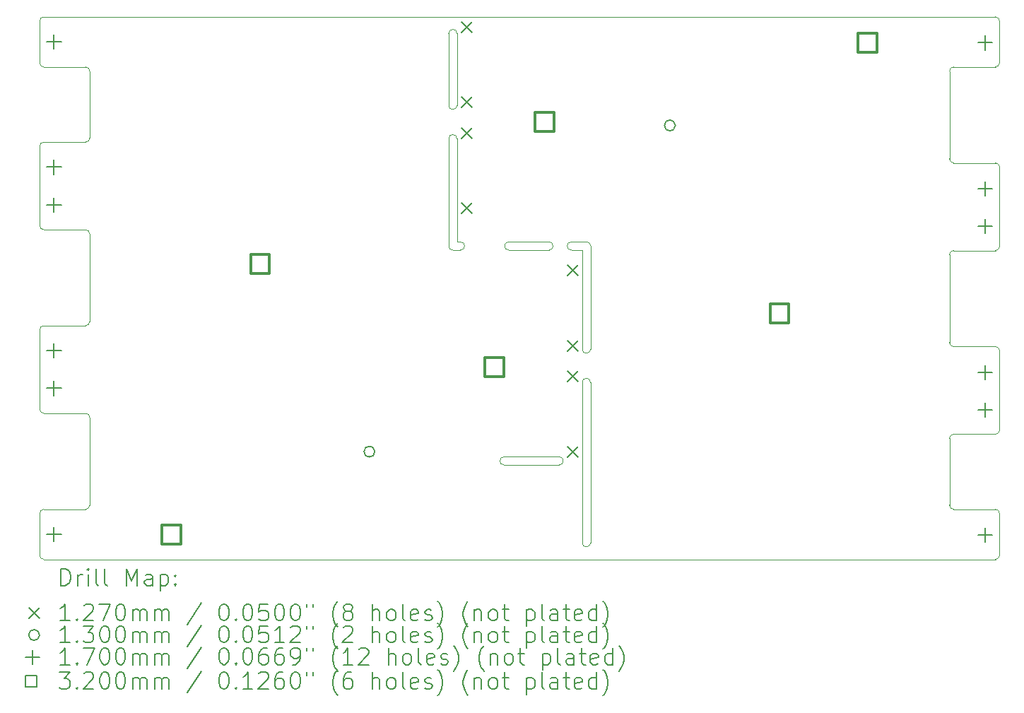
<source format=gbr>
%TF.GenerationSoftware,KiCad,Pcbnew,(6.0.9)*%
%TF.CreationDate,2023-03-24T14:57:48+01:00*%
%TF.ProjectId,bms_monitor,626d735f-6d6f-46e6-9974-6f722e6b6963,rev?*%
%TF.SameCoordinates,Original*%
%TF.FileFunction,Drillmap*%
%TF.FilePolarity,Positive*%
%FSLAX45Y45*%
G04 Gerber Fmt 4.5, Leading zero omitted, Abs format (unit mm)*
G04 Created by KiCad (PCBNEW (6.0.9)) date 2023-03-24 14:57:48*
%MOMM*%
%LPD*%
G01*
G04 APERTURE LIST*
%ADD10C,0.050000*%
%ADD11C,0.200000*%
%ADD12C,0.127000*%
%ADD13C,0.130000*%
%ADD14C,0.170000*%
%ADD15C,0.320000*%
G04 APERTURE END LIST*
D10*
X8000000Y-8700000D02*
X8000000Y-7750000D01*
X8000000Y-6750000D02*
G75*
G03*
X8050000Y-6800000I50000J0D01*
G01*
X8600000Y-6850000D02*
X8600000Y-7650000D01*
X14600000Y-10580000D02*
G75*
G03*
X14500000Y-10580000I-50000J0D01*
G01*
X18950000Y-11200000D02*
G75*
G03*
X18900000Y-11250000I0J-50000D01*
G01*
X8550000Y-9900000D02*
G75*
G03*
X8600000Y-9850000I0J50000D01*
G01*
X13000000Y-6400000D02*
G75*
G03*
X12900000Y-6400000I-50000J0D01*
G01*
X8600000Y-6850000D02*
G75*
G03*
X8550000Y-6800000I-50000J0D01*
G01*
X19450000Y-10150000D02*
X18950000Y-10150000D01*
X8600000Y-8800000D02*
G75*
G03*
X8550000Y-8750000I-50000J0D01*
G01*
X8000000Y-12650000D02*
X8000000Y-12150000D01*
X13564000Y-11570000D02*
X14222500Y-11570000D01*
X14100000Y-8995000D02*
X13620000Y-8995000D01*
X19450000Y-9000000D02*
G75*
G03*
X19500000Y-8950000I0J50000D01*
G01*
X13564000Y-11470000D02*
G75*
G03*
X13564000Y-11570000I0J-50000D01*
G01*
X8000000Y-6750000D02*
X8000000Y-6250000D01*
X18950000Y-6800000D02*
G75*
G03*
X18900000Y-6850000I0J-50000D01*
G01*
X19450000Y-6800000D02*
G75*
G03*
X19500000Y-6750000I0J50000D01*
G01*
X13000000Y-8895000D02*
X13040000Y-8895000D01*
X8600000Y-11000000D02*
G75*
G03*
X8550000Y-10950000I-50000J0D01*
G01*
X14222500Y-11470000D02*
X13564000Y-11470000D01*
X19500000Y-10200000D02*
G75*
G03*
X19450000Y-10150000I-50000J0D01*
G01*
X13040000Y-8995000D02*
X12950000Y-8995000D01*
X14600000Y-12500000D02*
X14600000Y-10580000D01*
X19450000Y-12700000D02*
X8050000Y-12700000D01*
X14370000Y-8895000D02*
G75*
G03*
X14370000Y-8995000I0J-50000D01*
G01*
X19500000Y-10200000D02*
X19500000Y-11150000D01*
X8050000Y-9900000D02*
G75*
G03*
X8000000Y-9950000I0J-50000D01*
G01*
X19500000Y-6250000D02*
X19500000Y-6750000D01*
X19450000Y-9000000D02*
X18950000Y-9000000D01*
X13040000Y-8995000D02*
G75*
G03*
X13040000Y-8895000I0J50000D01*
G01*
X8050000Y-8750000D02*
X8550000Y-8750000D01*
X8550000Y-7700000D02*
G75*
G03*
X8600000Y-7650000I0J50000D01*
G01*
X13000000Y-7660000D02*
G75*
G03*
X12900000Y-7660000I-50000J0D01*
G01*
X14370000Y-8895000D02*
X14550000Y-8895000D01*
X14600000Y-8945000D02*
G75*
G03*
X14550000Y-8895000I-50000J0D01*
G01*
X12900000Y-8945000D02*
G75*
G03*
X12950000Y-8995000I50000J0D01*
G01*
X8000000Y-12650000D02*
G75*
G03*
X8050000Y-12700000I50000J0D01*
G01*
X8050000Y-7700000D02*
G75*
G03*
X8000000Y-7750000I0J-50000D01*
G01*
X14500000Y-8995000D02*
X14500000Y-10180000D01*
X12900000Y-8945000D02*
X12900000Y-7660000D01*
X18900000Y-12050000D02*
G75*
G03*
X18950000Y-12100000I50000J0D01*
G01*
X19500000Y-12150000D02*
X19500000Y-12650000D01*
X8000000Y-8700000D02*
G75*
G03*
X8050000Y-8750000I50000J0D01*
G01*
X8550000Y-12100000D02*
G75*
G03*
X8600000Y-12050000I0J50000D01*
G01*
X12900000Y-7260000D02*
X12900000Y-6400000D01*
X19500000Y-8000000D02*
G75*
G03*
X19450000Y-7950000I-50000J0D01*
G01*
X14222500Y-11570000D02*
G75*
G03*
X14222500Y-11470000I0J50000D01*
G01*
X18900000Y-10100000D02*
G75*
G03*
X18950000Y-10150000I50000J0D01*
G01*
X13620000Y-8895000D02*
G75*
G03*
X13620000Y-8995000I0J-50000D01*
G01*
X8000000Y-10900000D02*
G75*
G03*
X8050000Y-10950000I50000J0D01*
G01*
X8050000Y-6800000D02*
X8550000Y-6800000D01*
X13000000Y-7660000D02*
X13000000Y-8895000D01*
X19500000Y-6250000D02*
G75*
G03*
X19450000Y-6200000I-50000J0D01*
G01*
X18900000Y-7900000D02*
X18900000Y-6850000D01*
X14600000Y-10180000D02*
X14600000Y-8945000D01*
X14100000Y-8995000D02*
G75*
G03*
X14100000Y-8895000I0J50000D01*
G01*
X14500000Y-12500000D02*
G75*
G03*
X14600000Y-12500000I50000J0D01*
G01*
X12900000Y-7260000D02*
G75*
G03*
X13000000Y-7260000I50000J0D01*
G01*
X19450000Y-12700000D02*
G75*
G03*
X19500000Y-12650000I0J50000D01*
G01*
X14500000Y-8995000D02*
X14370000Y-8995000D01*
X19450000Y-11200000D02*
G75*
G03*
X19500000Y-11150000I0J50000D01*
G01*
X8050000Y-9900000D02*
X8550000Y-9900000D01*
X14500000Y-10180000D02*
G75*
G03*
X14600000Y-10180000I50000J0D01*
G01*
X13000000Y-6400000D02*
X13000000Y-7260000D01*
X19450000Y-12100000D02*
X18950000Y-12100000D01*
X18900000Y-7900000D02*
G75*
G03*
X18950000Y-7950000I50000J0D01*
G01*
X13620000Y-8895000D02*
X14100000Y-8895000D01*
X8050000Y-12100000D02*
G75*
G03*
X8000000Y-12150000I0J-50000D01*
G01*
X14500000Y-10580000D02*
X14500000Y-12500000D01*
X18900000Y-10100000D02*
X18900000Y-9050000D01*
X8000000Y-10900000D02*
X8000000Y-9950000D01*
X8050000Y-7700000D02*
X8550000Y-7700000D01*
X8600000Y-8800000D02*
X8600000Y-9850000D01*
X19500000Y-8000000D02*
X19500000Y-8950000D01*
X18900000Y-12050000D02*
X18900000Y-11250000D01*
X19450000Y-11200000D02*
X18950000Y-11200000D01*
X8550000Y-12100000D02*
X8050000Y-12100000D01*
X18950000Y-6800000D02*
X19450000Y-6800000D01*
X8050000Y-10950000D02*
X8550000Y-10950000D01*
X19500000Y-12150000D02*
G75*
G03*
X19450000Y-12100000I-50000J0D01*
G01*
X8050000Y-6200000D02*
X19450000Y-6200000D01*
X8600000Y-11000000D02*
X8600000Y-12050000D01*
X18950000Y-9000000D02*
G75*
G03*
X18900000Y-9050000I0J-50000D01*
G01*
X19450000Y-7950000D02*
X18950000Y-7950000D01*
X8050000Y-6200000D02*
G75*
G03*
X8000000Y-6250000I0J-50000D01*
G01*
D11*
D12*
X13050100Y-7528000D02*
X13177100Y-7655000D01*
X13177100Y-7528000D02*
X13050100Y-7655000D01*
X13050100Y-8428000D02*
X13177100Y-8555000D01*
X13177100Y-8428000D02*
X13050100Y-8555000D01*
X13050500Y-6256500D02*
X13177500Y-6383500D01*
X13177500Y-6256500D02*
X13050500Y-6383500D01*
X13050500Y-7156500D02*
X13177500Y-7283500D01*
X13177500Y-7156500D02*
X13050500Y-7283500D01*
X14322500Y-9176500D02*
X14449500Y-9303500D01*
X14449500Y-9176500D02*
X14322500Y-9303500D01*
X14322500Y-10076500D02*
X14449500Y-10203500D01*
X14449500Y-10076500D02*
X14322500Y-10203500D01*
X14322500Y-10446740D02*
X14449500Y-10573740D01*
X14449500Y-10446740D02*
X14322500Y-10573740D01*
X14322500Y-11346740D02*
X14449500Y-11473740D01*
X14449500Y-11346740D02*
X14322500Y-11473740D01*
D13*
X12015000Y-11409000D02*
G75*
G03*
X12015000Y-11409000I-65000J0D01*
G01*
X15615000Y-7501000D02*
G75*
G03*
X15615000Y-7501000I-65000J0D01*
G01*
D14*
X8172000Y-6415000D02*
X8172000Y-6585000D01*
X8087000Y-6500000D02*
X8257000Y-6500000D01*
X8172000Y-7915000D02*
X8172000Y-8085000D01*
X8087000Y-8000000D02*
X8257000Y-8000000D01*
X8172000Y-8365000D02*
X8172000Y-8535000D01*
X8087000Y-8450000D02*
X8257000Y-8450000D01*
X8172000Y-10115000D02*
X8172000Y-10285000D01*
X8087000Y-10200000D02*
X8257000Y-10200000D01*
X8172000Y-10565000D02*
X8172000Y-10735000D01*
X8087000Y-10650000D02*
X8257000Y-10650000D01*
X8172000Y-12315000D02*
X8172000Y-12485000D01*
X8087000Y-12400000D02*
X8257000Y-12400000D01*
X19328000Y-6425000D02*
X19328000Y-6595000D01*
X19243000Y-6510000D02*
X19413000Y-6510000D01*
X19328000Y-8175000D02*
X19328000Y-8345000D01*
X19243000Y-8260000D02*
X19413000Y-8260000D01*
X19328000Y-8625000D02*
X19328000Y-8795000D01*
X19243000Y-8710000D02*
X19413000Y-8710000D01*
X19328000Y-10375000D02*
X19328000Y-10545000D01*
X19243000Y-10460000D02*
X19413000Y-10460000D01*
X19328000Y-10825000D02*
X19328000Y-10995000D01*
X19243000Y-10910000D02*
X19413000Y-10910000D01*
X19328000Y-12325000D02*
X19328000Y-12495000D01*
X19243000Y-12410000D02*
X19413000Y-12410000D01*
D15*
X9693138Y-12513138D02*
X9693138Y-12286862D01*
X9466862Y-12286862D01*
X9466862Y-12513138D01*
X9693138Y-12513138D01*
X10753198Y-9273138D02*
X10753198Y-9046862D01*
X10526922Y-9046862D01*
X10526922Y-9273138D01*
X10753198Y-9273138D01*
X13562438Y-10506818D02*
X13562438Y-10280542D01*
X13336162Y-10280542D01*
X13336162Y-10506818D01*
X13562438Y-10506818D01*
X14163138Y-7573138D02*
X14163138Y-7346862D01*
X13936862Y-7346862D01*
X13936862Y-7573138D01*
X14163138Y-7573138D01*
X16976198Y-9863138D02*
X16976198Y-9636862D01*
X16749922Y-9636862D01*
X16749922Y-9863138D01*
X16976198Y-9863138D01*
X18033138Y-6623138D02*
X18033138Y-6396862D01*
X17806862Y-6396862D01*
X17806862Y-6623138D01*
X18033138Y-6623138D01*
D11*
X8255119Y-13012976D02*
X8255119Y-12812976D01*
X8302738Y-12812976D01*
X8331309Y-12822500D01*
X8350357Y-12841548D01*
X8359881Y-12860595D01*
X8369405Y-12898690D01*
X8369405Y-12927262D01*
X8359881Y-12965357D01*
X8350357Y-12984405D01*
X8331309Y-13003452D01*
X8302738Y-13012976D01*
X8255119Y-13012976D01*
X8455119Y-13012976D02*
X8455119Y-12879643D01*
X8455119Y-12917738D02*
X8464643Y-12898690D01*
X8474167Y-12889167D01*
X8493214Y-12879643D01*
X8512262Y-12879643D01*
X8578929Y-13012976D02*
X8578929Y-12879643D01*
X8578929Y-12812976D02*
X8569405Y-12822500D01*
X8578929Y-12832024D01*
X8588452Y-12822500D01*
X8578929Y-12812976D01*
X8578929Y-12832024D01*
X8702738Y-13012976D02*
X8683690Y-13003452D01*
X8674167Y-12984405D01*
X8674167Y-12812976D01*
X8807500Y-13012976D02*
X8788452Y-13003452D01*
X8778929Y-12984405D01*
X8778929Y-12812976D01*
X9036071Y-13012976D02*
X9036071Y-12812976D01*
X9102738Y-12955833D01*
X9169405Y-12812976D01*
X9169405Y-13012976D01*
X9350357Y-13012976D02*
X9350357Y-12908214D01*
X9340833Y-12889167D01*
X9321786Y-12879643D01*
X9283690Y-12879643D01*
X9264643Y-12889167D01*
X9350357Y-13003452D02*
X9331310Y-13012976D01*
X9283690Y-13012976D01*
X9264643Y-13003452D01*
X9255119Y-12984405D01*
X9255119Y-12965357D01*
X9264643Y-12946309D01*
X9283690Y-12936786D01*
X9331310Y-12936786D01*
X9350357Y-12927262D01*
X9445595Y-12879643D02*
X9445595Y-13079643D01*
X9445595Y-12889167D02*
X9464643Y-12879643D01*
X9502738Y-12879643D01*
X9521786Y-12889167D01*
X9531310Y-12898690D01*
X9540833Y-12917738D01*
X9540833Y-12974881D01*
X9531310Y-12993928D01*
X9521786Y-13003452D01*
X9502738Y-13012976D01*
X9464643Y-13012976D01*
X9445595Y-13003452D01*
X9626548Y-12993928D02*
X9636071Y-13003452D01*
X9626548Y-13012976D01*
X9617024Y-13003452D01*
X9626548Y-12993928D01*
X9626548Y-13012976D01*
X9626548Y-12889167D02*
X9636071Y-12898690D01*
X9626548Y-12908214D01*
X9617024Y-12898690D01*
X9626548Y-12889167D01*
X9626548Y-12908214D01*
D12*
X7870500Y-13279000D02*
X7997500Y-13406000D01*
X7997500Y-13279000D02*
X7870500Y-13406000D01*
D11*
X8359881Y-13432976D02*
X8245595Y-13432976D01*
X8302738Y-13432976D02*
X8302738Y-13232976D01*
X8283690Y-13261548D01*
X8264643Y-13280595D01*
X8245595Y-13290119D01*
X8445595Y-13413928D02*
X8455119Y-13423452D01*
X8445595Y-13432976D01*
X8436071Y-13423452D01*
X8445595Y-13413928D01*
X8445595Y-13432976D01*
X8531310Y-13252024D02*
X8540833Y-13242500D01*
X8559881Y-13232976D01*
X8607500Y-13232976D01*
X8626548Y-13242500D01*
X8636071Y-13252024D01*
X8645595Y-13271071D01*
X8645595Y-13290119D01*
X8636071Y-13318690D01*
X8521786Y-13432976D01*
X8645595Y-13432976D01*
X8712262Y-13232976D02*
X8845595Y-13232976D01*
X8759881Y-13432976D01*
X8959881Y-13232976D02*
X8978929Y-13232976D01*
X8997976Y-13242500D01*
X9007500Y-13252024D01*
X9017024Y-13271071D01*
X9026548Y-13309167D01*
X9026548Y-13356786D01*
X9017024Y-13394881D01*
X9007500Y-13413928D01*
X8997976Y-13423452D01*
X8978929Y-13432976D01*
X8959881Y-13432976D01*
X8940833Y-13423452D01*
X8931310Y-13413928D01*
X8921786Y-13394881D01*
X8912262Y-13356786D01*
X8912262Y-13309167D01*
X8921786Y-13271071D01*
X8931310Y-13252024D01*
X8940833Y-13242500D01*
X8959881Y-13232976D01*
X9112262Y-13432976D02*
X9112262Y-13299643D01*
X9112262Y-13318690D02*
X9121786Y-13309167D01*
X9140833Y-13299643D01*
X9169405Y-13299643D01*
X9188452Y-13309167D01*
X9197976Y-13328214D01*
X9197976Y-13432976D01*
X9197976Y-13328214D02*
X9207500Y-13309167D01*
X9226548Y-13299643D01*
X9255119Y-13299643D01*
X9274167Y-13309167D01*
X9283690Y-13328214D01*
X9283690Y-13432976D01*
X9378929Y-13432976D02*
X9378929Y-13299643D01*
X9378929Y-13318690D02*
X9388452Y-13309167D01*
X9407500Y-13299643D01*
X9436071Y-13299643D01*
X9455119Y-13309167D01*
X9464643Y-13328214D01*
X9464643Y-13432976D01*
X9464643Y-13328214D02*
X9474167Y-13309167D01*
X9493214Y-13299643D01*
X9521786Y-13299643D01*
X9540833Y-13309167D01*
X9550357Y-13328214D01*
X9550357Y-13432976D01*
X9940833Y-13223452D02*
X9769405Y-13480595D01*
X10197976Y-13232976D02*
X10217024Y-13232976D01*
X10236071Y-13242500D01*
X10245595Y-13252024D01*
X10255119Y-13271071D01*
X10264643Y-13309167D01*
X10264643Y-13356786D01*
X10255119Y-13394881D01*
X10245595Y-13413928D01*
X10236071Y-13423452D01*
X10217024Y-13432976D01*
X10197976Y-13432976D01*
X10178929Y-13423452D01*
X10169405Y-13413928D01*
X10159881Y-13394881D01*
X10150357Y-13356786D01*
X10150357Y-13309167D01*
X10159881Y-13271071D01*
X10169405Y-13252024D01*
X10178929Y-13242500D01*
X10197976Y-13232976D01*
X10350357Y-13413928D02*
X10359881Y-13423452D01*
X10350357Y-13432976D01*
X10340833Y-13423452D01*
X10350357Y-13413928D01*
X10350357Y-13432976D01*
X10483690Y-13232976D02*
X10502738Y-13232976D01*
X10521786Y-13242500D01*
X10531310Y-13252024D01*
X10540833Y-13271071D01*
X10550357Y-13309167D01*
X10550357Y-13356786D01*
X10540833Y-13394881D01*
X10531310Y-13413928D01*
X10521786Y-13423452D01*
X10502738Y-13432976D01*
X10483690Y-13432976D01*
X10464643Y-13423452D01*
X10455119Y-13413928D01*
X10445595Y-13394881D01*
X10436071Y-13356786D01*
X10436071Y-13309167D01*
X10445595Y-13271071D01*
X10455119Y-13252024D01*
X10464643Y-13242500D01*
X10483690Y-13232976D01*
X10731310Y-13232976D02*
X10636071Y-13232976D01*
X10626548Y-13328214D01*
X10636071Y-13318690D01*
X10655119Y-13309167D01*
X10702738Y-13309167D01*
X10721786Y-13318690D01*
X10731310Y-13328214D01*
X10740833Y-13347262D01*
X10740833Y-13394881D01*
X10731310Y-13413928D01*
X10721786Y-13423452D01*
X10702738Y-13432976D01*
X10655119Y-13432976D01*
X10636071Y-13423452D01*
X10626548Y-13413928D01*
X10864643Y-13232976D02*
X10883690Y-13232976D01*
X10902738Y-13242500D01*
X10912262Y-13252024D01*
X10921786Y-13271071D01*
X10931310Y-13309167D01*
X10931310Y-13356786D01*
X10921786Y-13394881D01*
X10912262Y-13413928D01*
X10902738Y-13423452D01*
X10883690Y-13432976D01*
X10864643Y-13432976D01*
X10845595Y-13423452D01*
X10836071Y-13413928D01*
X10826548Y-13394881D01*
X10817024Y-13356786D01*
X10817024Y-13309167D01*
X10826548Y-13271071D01*
X10836071Y-13252024D01*
X10845595Y-13242500D01*
X10864643Y-13232976D01*
X11055119Y-13232976D02*
X11074167Y-13232976D01*
X11093214Y-13242500D01*
X11102738Y-13252024D01*
X11112262Y-13271071D01*
X11121786Y-13309167D01*
X11121786Y-13356786D01*
X11112262Y-13394881D01*
X11102738Y-13413928D01*
X11093214Y-13423452D01*
X11074167Y-13432976D01*
X11055119Y-13432976D01*
X11036071Y-13423452D01*
X11026548Y-13413928D01*
X11017024Y-13394881D01*
X11007500Y-13356786D01*
X11007500Y-13309167D01*
X11017024Y-13271071D01*
X11026548Y-13252024D01*
X11036071Y-13242500D01*
X11055119Y-13232976D01*
X11197976Y-13232976D02*
X11197976Y-13271071D01*
X11274167Y-13232976D02*
X11274167Y-13271071D01*
X11569405Y-13509167D02*
X11559881Y-13499643D01*
X11540833Y-13471071D01*
X11531309Y-13452024D01*
X11521786Y-13423452D01*
X11512262Y-13375833D01*
X11512262Y-13337738D01*
X11521786Y-13290119D01*
X11531309Y-13261548D01*
X11540833Y-13242500D01*
X11559881Y-13213928D01*
X11569405Y-13204405D01*
X11674167Y-13318690D02*
X11655119Y-13309167D01*
X11645595Y-13299643D01*
X11636071Y-13280595D01*
X11636071Y-13271071D01*
X11645595Y-13252024D01*
X11655119Y-13242500D01*
X11674167Y-13232976D01*
X11712262Y-13232976D01*
X11731309Y-13242500D01*
X11740833Y-13252024D01*
X11750357Y-13271071D01*
X11750357Y-13280595D01*
X11740833Y-13299643D01*
X11731309Y-13309167D01*
X11712262Y-13318690D01*
X11674167Y-13318690D01*
X11655119Y-13328214D01*
X11645595Y-13337738D01*
X11636071Y-13356786D01*
X11636071Y-13394881D01*
X11645595Y-13413928D01*
X11655119Y-13423452D01*
X11674167Y-13432976D01*
X11712262Y-13432976D01*
X11731309Y-13423452D01*
X11740833Y-13413928D01*
X11750357Y-13394881D01*
X11750357Y-13356786D01*
X11740833Y-13337738D01*
X11731309Y-13328214D01*
X11712262Y-13318690D01*
X11988452Y-13432976D02*
X11988452Y-13232976D01*
X12074167Y-13432976D02*
X12074167Y-13328214D01*
X12064643Y-13309167D01*
X12045595Y-13299643D01*
X12017024Y-13299643D01*
X11997976Y-13309167D01*
X11988452Y-13318690D01*
X12197976Y-13432976D02*
X12178928Y-13423452D01*
X12169405Y-13413928D01*
X12159881Y-13394881D01*
X12159881Y-13337738D01*
X12169405Y-13318690D01*
X12178928Y-13309167D01*
X12197976Y-13299643D01*
X12226548Y-13299643D01*
X12245595Y-13309167D01*
X12255119Y-13318690D01*
X12264643Y-13337738D01*
X12264643Y-13394881D01*
X12255119Y-13413928D01*
X12245595Y-13423452D01*
X12226548Y-13432976D01*
X12197976Y-13432976D01*
X12378928Y-13432976D02*
X12359881Y-13423452D01*
X12350357Y-13404405D01*
X12350357Y-13232976D01*
X12531309Y-13423452D02*
X12512262Y-13432976D01*
X12474167Y-13432976D01*
X12455119Y-13423452D01*
X12445595Y-13404405D01*
X12445595Y-13328214D01*
X12455119Y-13309167D01*
X12474167Y-13299643D01*
X12512262Y-13299643D01*
X12531309Y-13309167D01*
X12540833Y-13328214D01*
X12540833Y-13347262D01*
X12445595Y-13366309D01*
X12617024Y-13423452D02*
X12636071Y-13432976D01*
X12674167Y-13432976D01*
X12693214Y-13423452D01*
X12702738Y-13404405D01*
X12702738Y-13394881D01*
X12693214Y-13375833D01*
X12674167Y-13366309D01*
X12645595Y-13366309D01*
X12626548Y-13356786D01*
X12617024Y-13337738D01*
X12617024Y-13328214D01*
X12626548Y-13309167D01*
X12645595Y-13299643D01*
X12674167Y-13299643D01*
X12693214Y-13309167D01*
X12769405Y-13509167D02*
X12778928Y-13499643D01*
X12797976Y-13471071D01*
X12807500Y-13452024D01*
X12817024Y-13423452D01*
X12826548Y-13375833D01*
X12826548Y-13337738D01*
X12817024Y-13290119D01*
X12807500Y-13261548D01*
X12797976Y-13242500D01*
X12778928Y-13213928D01*
X12769405Y-13204405D01*
X13131309Y-13509167D02*
X13121786Y-13499643D01*
X13102738Y-13471071D01*
X13093214Y-13452024D01*
X13083690Y-13423452D01*
X13074167Y-13375833D01*
X13074167Y-13337738D01*
X13083690Y-13290119D01*
X13093214Y-13261548D01*
X13102738Y-13242500D01*
X13121786Y-13213928D01*
X13131309Y-13204405D01*
X13207500Y-13299643D02*
X13207500Y-13432976D01*
X13207500Y-13318690D02*
X13217024Y-13309167D01*
X13236071Y-13299643D01*
X13264643Y-13299643D01*
X13283690Y-13309167D01*
X13293214Y-13328214D01*
X13293214Y-13432976D01*
X13417024Y-13432976D02*
X13397976Y-13423452D01*
X13388452Y-13413928D01*
X13378928Y-13394881D01*
X13378928Y-13337738D01*
X13388452Y-13318690D01*
X13397976Y-13309167D01*
X13417024Y-13299643D01*
X13445595Y-13299643D01*
X13464643Y-13309167D01*
X13474167Y-13318690D01*
X13483690Y-13337738D01*
X13483690Y-13394881D01*
X13474167Y-13413928D01*
X13464643Y-13423452D01*
X13445595Y-13432976D01*
X13417024Y-13432976D01*
X13540833Y-13299643D02*
X13617024Y-13299643D01*
X13569405Y-13232976D02*
X13569405Y-13404405D01*
X13578928Y-13423452D01*
X13597976Y-13432976D01*
X13617024Y-13432976D01*
X13836071Y-13299643D02*
X13836071Y-13499643D01*
X13836071Y-13309167D02*
X13855119Y-13299643D01*
X13893214Y-13299643D01*
X13912262Y-13309167D01*
X13921786Y-13318690D01*
X13931309Y-13337738D01*
X13931309Y-13394881D01*
X13921786Y-13413928D01*
X13912262Y-13423452D01*
X13893214Y-13432976D01*
X13855119Y-13432976D01*
X13836071Y-13423452D01*
X14045595Y-13432976D02*
X14026548Y-13423452D01*
X14017024Y-13404405D01*
X14017024Y-13232976D01*
X14207500Y-13432976D02*
X14207500Y-13328214D01*
X14197976Y-13309167D01*
X14178928Y-13299643D01*
X14140833Y-13299643D01*
X14121786Y-13309167D01*
X14207500Y-13423452D02*
X14188452Y-13432976D01*
X14140833Y-13432976D01*
X14121786Y-13423452D01*
X14112262Y-13404405D01*
X14112262Y-13385357D01*
X14121786Y-13366309D01*
X14140833Y-13356786D01*
X14188452Y-13356786D01*
X14207500Y-13347262D01*
X14274167Y-13299643D02*
X14350357Y-13299643D01*
X14302738Y-13232976D02*
X14302738Y-13404405D01*
X14312262Y-13423452D01*
X14331309Y-13432976D01*
X14350357Y-13432976D01*
X14493214Y-13423452D02*
X14474167Y-13432976D01*
X14436071Y-13432976D01*
X14417024Y-13423452D01*
X14407500Y-13404405D01*
X14407500Y-13328214D01*
X14417024Y-13309167D01*
X14436071Y-13299643D01*
X14474167Y-13299643D01*
X14493214Y-13309167D01*
X14502738Y-13328214D01*
X14502738Y-13347262D01*
X14407500Y-13366309D01*
X14674167Y-13432976D02*
X14674167Y-13232976D01*
X14674167Y-13423452D02*
X14655119Y-13432976D01*
X14617024Y-13432976D01*
X14597976Y-13423452D01*
X14588452Y-13413928D01*
X14578928Y-13394881D01*
X14578928Y-13337738D01*
X14588452Y-13318690D01*
X14597976Y-13309167D01*
X14617024Y-13299643D01*
X14655119Y-13299643D01*
X14674167Y-13309167D01*
X14750357Y-13509167D02*
X14759881Y-13499643D01*
X14778928Y-13471071D01*
X14788452Y-13452024D01*
X14797976Y-13423452D01*
X14807500Y-13375833D01*
X14807500Y-13337738D01*
X14797976Y-13290119D01*
X14788452Y-13261548D01*
X14778928Y-13242500D01*
X14759881Y-13213928D01*
X14750357Y-13204405D01*
D13*
X7997500Y-13606500D02*
G75*
G03*
X7997500Y-13606500I-65000J0D01*
G01*
D11*
X8359881Y-13696976D02*
X8245595Y-13696976D01*
X8302738Y-13696976D02*
X8302738Y-13496976D01*
X8283690Y-13525548D01*
X8264643Y-13544595D01*
X8245595Y-13554119D01*
X8445595Y-13677928D02*
X8455119Y-13687452D01*
X8445595Y-13696976D01*
X8436071Y-13687452D01*
X8445595Y-13677928D01*
X8445595Y-13696976D01*
X8521786Y-13496976D02*
X8645595Y-13496976D01*
X8578929Y-13573167D01*
X8607500Y-13573167D01*
X8626548Y-13582690D01*
X8636071Y-13592214D01*
X8645595Y-13611262D01*
X8645595Y-13658881D01*
X8636071Y-13677928D01*
X8626548Y-13687452D01*
X8607500Y-13696976D01*
X8550357Y-13696976D01*
X8531310Y-13687452D01*
X8521786Y-13677928D01*
X8769405Y-13496976D02*
X8788452Y-13496976D01*
X8807500Y-13506500D01*
X8817024Y-13516024D01*
X8826548Y-13535071D01*
X8836071Y-13573167D01*
X8836071Y-13620786D01*
X8826548Y-13658881D01*
X8817024Y-13677928D01*
X8807500Y-13687452D01*
X8788452Y-13696976D01*
X8769405Y-13696976D01*
X8750357Y-13687452D01*
X8740833Y-13677928D01*
X8731310Y-13658881D01*
X8721786Y-13620786D01*
X8721786Y-13573167D01*
X8731310Y-13535071D01*
X8740833Y-13516024D01*
X8750357Y-13506500D01*
X8769405Y-13496976D01*
X8959881Y-13496976D02*
X8978929Y-13496976D01*
X8997976Y-13506500D01*
X9007500Y-13516024D01*
X9017024Y-13535071D01*
X9026548Y-13573167D01*
X9026548Y-13620786D01*
X9017024Y-13658881D01*
X9007500Y-13677928D01*
X8997976Y-13687452D01*
X8978929Y-13696976D01*
X8959881Y-13696976D01*
X8940833Y-13687452D01*
X8931310Y-13677928D01*
X8921786Y-13658881D01*
X8912262Y-13620786D01*
X8912262Y-13573167D01*
X8921786Y-13535071D01*
X8931310Y-13516024D01*
X8940833Y-13506500D01*
X8959881Y-13496976D01*
X9112262Y-13696976D02*
X9112262Y-13563643D01*
X9112262Y-13582690D02*
X9121786Y-13573167D01*
X9140833Y-13563643D01*
X9169405Y-13563643D01*
X9188452Y-13573167D01*
X9197976Y-13592214D01*
X9197976Y-13696976D01*
X9197976Y-13592214D02*
X9207500Y-13573167D01*
X9226548Y-13563643D01*
X9255119Y-13563643D01*
X9274167Y-13573167D01*
X9283690Y-13592214D01*
X9283690Y-13696976D01*
X9378929Y-13696976D02*
X9378929Y-13563643D01*
X9378929Y-13582690D02*
X9388452Y-13573167D01*
X9407500Y-13563643D01*
X9436071Y-13563643D01*
X9455119Y-13573167D01*
X9464643Y-13592214D01*
X9464643Y-13696976D01*
X9464643Y-13592214D02*
X9474167Y-13573167D01*
X9493214Y-13563643D01*
X9521786Y-13563643D01*
X9540833Y-13573167D01*
X9550357Y-13592214D01*
X9550357Y-13696976D01*
X9940833Y-13487452D02*
X9769405Y-13744595D01*
X10197976Y-13496976D02*
X10217024Y-13496976D01*
X10236071Y-13506500D01*
X10245595Y-13516024D01*
X10255119Y-13535071D01*
X10264643Y-13573167D01*
X10264643Y-13620786D01*
X10255119Y-13658881D01*
X10245595Y-13677928D01*
X10236071Y-13687452D01*
X10217024Y-13696976D01*
X10197976Y-13696976D01*
X10178929Y-13687452D01*
X10169405Y-13677928D01*
X10159881Y-13658881D01*
X10150357Y-13620786D01*
X10150357Y-13573167D01*
X10159881Y-13535071D01*
X10169405Y-13516024D01*
X10178929Y-13506500D01*
X10197976Y-13496976D01*
X10350357Y-13677928D02*
X10359881Y-13687452D01*
X10350357Y-13696976D01*
X10340833Y-13687452D01*
X10350357Y-13677928D01*
X10350357Y-13696976D01*
X10483690Y-13496976D02*
X10502738Y-13496976D01*
X10521786Y-13506500D01*
X10531310Y-13516024D01*
X10540833Y-13535071D01*
X10550357Y-13573167D01*
X10550357Y-13620786D01*
X10540833Y-13658881D01*
X10531310Y-13677928D01*
X10521786Y-13687452D01*
X10502738Y-13696976D01*
X10483690Y-13696976D01*
X10464643Y-13687452D01*
X10455119Y-13677928D01*
X10445595Y-13658881D01*
X10436071Y-13620786D01*
X10436071Y-13573167D01*
X10445595Y-13535071D01*
X10455119Y-13516024D01*
X10464643Y-13506500D01*
X10483690Y-13496976D01*
X10731310Y-13496976D02*
X10636071Y-13496976D01*
X10626548Y-13592214D01*
X10636071Y-13582690D01*
X10655119Y-13573167D01*
X10702738Y-13573167D01*
X10721786Y-13582690D01*
X10731310Y-13592214D01*
X10740833Y-13611262D01*
X10740833Y-13658881D01*
X10731310Y-13677928D01*
X10721786Y-13687452D01*
X10702738Y-13696976D01*
X10655119Y-13696976D01*
X10636071Y-13687452D01*
X10626548Y-13677928D01*
X10931310Y-13696976D02*
X10817024Y-13696976D01*
X10874167Y-13696976D02*
X10874167Y-13496976D01*
X10855119Y-13525548D01*
X10836071Y-13544595D01*
X10817024Y-13554119D01*
X11007500Y-13516024D02*
X11017024Y-13506500D01*
X11036071Y-13496976D01*
X11083690Y-13496976D01*
X11102738Y-13506500D01*
X11112262Y-13516024D01*
X11121786Y-13535071D01*
X11121786Y-13554119D01*
X11112262Y-13582690D01*
X10997976Y-13696976D01*
X11121786Y-13696976D01*
X11197976Y-13496976D02*
X11197976Y-13535071D01*
X11274167Y-13496976D02*
X11274167Y-13535071D01*
X11569405Y-13773167D02*
X11559881Y-13763643D01*
X11540833Y-13735071D01*
X11531309Y-13716024D01*
X11521786Y-13687452D01*
X11512262Y-13639833D01*
X11512262Y-13601738D01*
X11521786Y-13554119D01*
X11531309Y-13525548D01*
X11540833Y-13506500D01*
X11559881Y-13477928D01*
X11569405Y-13468405D01*
X11636071Y-13516024D02*
X11645595Y-13506500D01*
X11664643Y-13496976D01*
X11712262Y-13496976D01*
X11731309Y-13506500D01*
X11740833Y-13516024D01*
X11750357Y-13535071D01*
X11750357Y-13554119D01*
X11740833Y-13582690D01*
X11626548Y-13696976D01*
X11750357Y-13696976D01*
X11988452Y-13696976D02*
X11988452Y-13496976D01*
X12074167Y-13696976D02*
X12074167Y-13592214D01*
X12064643Y-13573167D01*
X12045595Y-13563643D01*
X12017024Y-13563643D01*
X11997976Y-13573167D01*
X11988452Y-13582690D01*
X12197976Y-13696976D02*
X12178928Y-13687452D01*
X12169405Y-13677928D01*
X12159881Y-13658881D01*
X12159881Y-13601738D01*
X12169405Y-13582690D01*
X12178928Y-13573167D01*
X12197976Y-13563643D01*
X12226548Y-13563643D01*
X12245595Y-13573167D01*
X12255119Y-13582690D01*
X12264643Y-13601738D01*
X12264643Y-13658881D01*
X12255119Y-13677928D01*
X12245595Y-13687452D01*
X12226548Y-13696976D01*
X12197976Y-13696976D01*
X12378928Y-13696976D02*
X12359881Y-13687452D01*
X12350357Y-13668405D01*
X12350357Y-13496976D01*
X12531309Y-13687452D02*
X12512262Y-13696976D01*
X12474167Y-13696976D01*
X12455119Y-13687452D01*
X12445595Y-13668405D01*
X12445595Y-13592214D01*
X12455119Y-13573167D01*
X12474167Y-13563643D01*
X12512262Y-13563643D01*
X12531309Y-13573167D01*
X12540833Y-13592214D01*
X12540833Y-13611262D01*
X12445595Y-13630309D01*
X12617024Y-13687452D02*
X12636071Y-13696976D01*
X12674167Y-13696976D01*
X12693214Y-13687452D01*
X12702738Y-13668405D01*
X12702738Y-13658881D01*
X12693214Y-13639833D01*
X12674167Y-13630309D01*
X12645595Y-13630309D01*
X12626548Y-13620786D01*
X12617024Y-13601738D01*
X12617024Y-13592214D01*
X12626548Y-13573167D01*
X12645595Y-13563643D01*
X12674167Y-13563643D01*
X12693214Y-13573167D01*
X12769405Y-13773167D02*
X12778928Y-13763643D01*
X12797976Y-13735071D01*
X12807500Y-13716024D01*
X12817024Y-13687452D01*
X12826548Y-13639833D01*
X12826548Y-13601738D01*
X12817024Y-13554119D01*
X12807500Y-13525548D01*
X12797976Y-13506500D01*
X12778928Y-13477928D01*
X12769405Y-13468405D01*
X13131309Y-13773167D02*
X13121786Y-13763643D01*
X13102738Y-13735071D01*
X13093214Y-13716024D01*
X13083690Y-13687452D01*
X13074167Y-13639833D01*
X13074167Y-13601738D01*
X13083690Y-13554119D01*
X13093214Y-13525548D01*
X13102738Y-13506500D01*
X13121786Y-13477928D01*
X13131309Y-13468405D01*
X13207500Y-13563643D02*
X13207500Y-13696976D01*
X13207500Y-13582690D02*
X13217024Y-13573167D01*
X13236071Y-13563643D01*
X13264643Y-13563643D01*
X13283690Y-13573167D01*
X13293214Y-13592214D01*
X13293214Y-13696976D01*
X13417024Y-13696976D02*
X13397976Y-13687452D01*
X13388452Y-13677928D01*
X13378928Y-13658881D01*
X13378928Y-13601738D01*
X13388452Y-13582690D01*
X13397976Y-13573167D01*
X13417024Y-13563643D01*
X13445595Y-13563643D01*
X13464643Y-13573167D01*
X13474167Y-13582690D01*
X13483690Y-13601738D01*
X13483690Y-13658881D01*
X13474167Y-13677928D01*
X13464643Y-13687452D01*
X13445595Y-13696976D01*
X13417024Y-13696976D01*
X13540833Y-13563643D02*
X13617024Y-13563643D01*
X13569405Y-13496976D02*
X13569405Y-13668405D01*
X13578928Y-13687452D01*
X13597976Y-13696976D01*
X13617024Y-13696976D01*
X13836071Y-13563643D02*
X13836071Y-13763643D01*
X13836071Y-13573167D02*
X13855119Y-13563643D01*
X13893214Y-13563643D01*
X13912262Y-13573167D01*
X13921786Y-13582690D01*
X13931309Y-13601738D01*
X13931309Y-13658881D01*
X13921786Y-13677928D01*
X13912262Y-13687452D01*
X13893214Y-13696976D01*
X13855119Y-13696976D01*
X13836071Y-13687452D01*
X14045595Y-13696976D02*
X14026548Y-13687452D01*
X14017024Y-13668405D01*
X14017024Y-13496976D01*
X14207500Y-13696976D02*
X14207500Y-13592214D01*
X14197976Y-13573167D01*
X14178928Y-13563643D01*
X14140833Y-13563643D01*
X14121786Y-13573167D01*
X14207500Y-13687452D02*
X14188452Y-13696976D01*
X14140833Y-13696976D01*
X14121786Y-13687452D01*
X14112262Y-13668405D01*
X14112262Y-13649357D01*
X14121786Y-13630309D01*
X14140833Y-13620786D01*
X14188452Y-13620786D01*
X14207500Y-13611262D01*
X14274167Y-13563643D02*
X14350357Y-13563643D01*
X14302738Y-13496976D02*
X14302738Y-13668405D01*
X14312262Y-13687452D01*
X14331309Y-13696976D01*
X14350357Y-13696976D01*
X14493214Y-13687452D02*
X14474167Y-13696976D01*
X14436071Y-13696976D01*
X14417024Y-13687452D01*
X14407500Y-13668405D01*
X14407500Y-13592214D01*
X14417024Y-13573167D01*
X14436071Y-13563643D01*
X14474167Y-13563643D01*
X14493214Y-13573167D01*
X14502738Y-13592214D01*
X14502738Y-13611262D01*
X14407500Y-13630309D01*
X14674167Y-13696976D02*
X14674167Y-13496976D01*
X14674167Y-13687452D02*
X14655119Y-13696976D01*
X14617024Y-13696976D01*
X14597976Y-13687452D01*
X14588452Y-13677928D01*
X14578928Y-13658881D01*
X14578928Y-13601738D01*
X14588452Y-13582690D01*
X14597976Y-13573167D01*
X14617024Y-13563643D01*
X14655119Y-13563643D01*
X14674167Y-13573167D01*
X14750357Y-13773167D02*
X14759881Y-13763643D01*
X14778928Y-13735071D01*
X14788452Y-13716024D01*
X14797976Y-13687452D01*
X14807500Y-13639833D01*
X14807500Y-13601738D01*
X14797976Y-13554119D01*
X14788452Y-13525548D01*
X14778928Y-13506500D01*
X14759881Y-13477928D01*
X14750357Y-13468405D01*
D14*
X7912500Y-13785500D02*
X7912500Y-13955500D01*
X7827500Y-13870500D02*
X7997500Y-13870500D01*
D11*
X8359881Y-13960976D02*
X8245595Y-13960976D01*
X8302738Y-13960976D02*
X8302738Y-13760976D01*
X8283690Y-13789548D01*
X8264643Y-13808595D01*
X8245595Y-13818119D01*
X8445595Y-13941928D02*
X8455119Y-13951452D01*
X8445595Y-13960976D01*
X8436071Y-13951452D01*
X8445595Y-13941928D01*
X8445595Y-13960976D01*
X8521786Y-13760976D02*
X8655119Y-13760976D01*
X8569405Y-13960976D01*
X8769405Y-13760976D02*
X8788452Y-13760976D01*
X8807500Y-13770500D01*
X8817024Y-13780024D01*
X8826548Y-13799071D01*
X8836071Y-13837167D01*
X8836071Y-13884786D01*
X8826548Y-13922881D01*
X8817024Y-13941928D01*
X8807500Y-13951452D01*
X8788452Y-13960976D01*
X8769405Y-13960976D01*
X8750357Y-13951452D01*
X8740833Y-13941928D01*
X8731310Y-13922881D01*
X8721786Y-13884786D01*
X8721786Y-13837167D01*
X8731310Y-13799071D01*
X8740833Y-13780024D01*
X8750357Y-13770500D01*
X8769405Y-13760976D01*
X8959881Y-13760976D02*
X8978929Y-13760976D01*
X8997976Y-13770500D01*
X9007500Y-13780024D01*
X9017024Y-13799071D01*
X9026548Y-13837167D01*
X9026548Y-13884786D01*
X9017024Y-13922881D01*
X9007500Y-13941928D01*
X8997976Y-13951452D01*
X8978929Y-13960976D01*
X8959881Y-13960976D01*
X8940833Y-13951452D01*
X8931310Y-13941928D01*
X8921786Y-13922881D01*
X8912262Y-13884786D01*
X8912262Y-13837167D01*
X8921786Y-13799071D01*
X8931310Y-13780024D01*
X8940833Y-13770500D01*
X8959881Y-13760976D01*
X9112262Y-13960976D02*
X9112262Y-13827643D01*
X9112262Y-13846690D02*
X9121786Y-13837167D01*
X9140833Y-13827643D01*
X9169405Y-13827643D01*
X9188452Y-13837167D01*
X9197976Y-13856214D01*
X9197976Y-13960976D01*
X9197976Y-13856214D02*
X9207500Y-13837167D01*
X9226548Y-13827643D01*
X9255119Y-13827643D01*
X9274167Y-13837167D01*
X9283690Y-13856214D01*
X9283690Y-13960976D01*
X9378929Y-13960976D02*
X9378929Y-13827643D01*
X9378929Y-13846690D02*
X9388452Y-13837167D01*
X9407500Y-13827643D01*
X9436071Y-13827643D01*
X9455119Y-13837167D01*
X9464643Y-13856214D01*
X9464643Y-13960976D01*
X9464643Y-13856214D02*
X9474167Y-13837167D01*
X9493214Y-13827643D01*
X9521786Y-13827643D01*
X9540833Y-13837167D01*
X9550357Y-13856214D01*
X9550357Y-13960976D01*
X9940833Y-13751452D02*
X9769405Y-14008595D01*
X10197976Y-13760976D02*
X10217024Y-13760976D01*
X10236071Y-13770500D01*
X10245595Y-13780024D01*
X10255119Y-13799071D01*
X10264643Y-13837167D01*
X10264643Y-13884786D01*
X10255119Y-13922881D01*
X10245595Y-13941928D01*
X10236071Y-13951452D01*
X10217024Y-13960976D01*
X10197976Y-13960976D01*
X10178929Y-13951452D01*
X10169405Y-13941928D01*
X10159881Y-13922881D01*
X10150357Y-13884786D01*
X10150357Y-13837167D01*
X10159881Y-13799071D01*
X10169405Y-13780024D01*
X10178929Y-13770500D01*
X10197976Y-13760976D01*
X10350357Y-13941928D02*
X10359881Y-13951452D01*
X10350357Y-13960976D01*
X10340833Y-13951452D01*
X10350357Y-13941928D01*
X10350357Y-13960976D01*
X10483690Y-13760976D02*
X10502738Y-13760976D01*
X10521786Y-13770500D01*
X10531310Y-13780024D01*
X10540833Y-13799071D01*
X10550357Y-13837167D01*
X10550357Y-13884786D01*
X10540833Y-13922881D01*
X10531310Y-13941928D01*
X10521786Y-13951452D01*
X10502738Y-13960976D01*
X10483690Y-13960976D01*
X10464643Y-13951452D01*
X10455119Y-13941928D01*
X10445595Y-13922881D01*
X10436071Y-13884786D01*
X10436071Y-13837167D01*
X10445595Y-13799071D01*
X10455119Y-13780024D01*
X10464643Y-13770500D01*
X10483690Y-13760976D01*
X10721786Y-13760976D02*
X10683690Y-13760976D01*
X10664643Y-13770500D01*
X10655119Y-13780024D01*
X10636071Y-13808595D01*
X10626548Y-13846690D01*
X10626548Y-13922881D01*
X10636071Y-13941928D01*
X10645595Y-13951452D01*
X10664643Y-13960976D01*
X10702738Y-13960976D01*
X10721786Y-13951452D01*
X10731310Y-13941928D01*
X10740833Y-13922881D01*
X10740833Y-13875262D01*
X10731310Y-13856214D01*
X10721786Y-13846690D01*
X10702738Y-13837167D01*
X10664643Y-13837167D01*
X10645595Y-13846690D01*
X10636071Y-13856214D01*
X10626548Y-13875262D01*
X10912262Y-13760976D02*
X10874167Y-13760976D01*
X10855119Y-13770500D01*
X10845595Y-13780024D01*
X10826548Y-13808595D01*
X10817024Y-13846690D01*
X10817024Y-13922881D01*
X10826548Y-13941928D01*
X10836071Y-13951452D01*
X10855119Y-13960976D01*
X10893214Y-13960976D01*
X10912262Y-13951452D01*
X10921786Y-13941928D01*
X10931310Y-13922881D01*
X10931310Y-13875262D01*
X10921786Y-13856214D01*
X10912262Y-13846690D01*
X10893214Y-13837167D01*
X10855119Y-13837167D01*
X10836071Y-13846690D01*
X10826548Y-13856214D01*
X10817024Y-13875262D01*
X11026548Y-13960976D02*
X11064643Y-13960976D01*
X11083690Y-13951452D01*
X11093214Y-13941928D01*
X11112262Y-13913357D01*
X11121786Y-13875262D01*
X11121786Y-13799071D01*
X11112262Y-13780024D01*
X11102738Y-13770500D01*
X11083690Y-13760976D01*
X11045595Y-13760976D01*
X11026548Y-13770500D01*
X11017024Y-13780024D01*
X11007500Y-13799071D01*
X11007500Y-13846690D01*
X11017024Y-13865738D01*
X11026548Y-13875262D01*
X11045595Y-13884786D01*
X11083690Y-13884786D01*
X11102738Y-13875262D01*
X11112262Y-13865738D01*
X11121786Y-13846690D01*
X11197976Y-13760976D02*
X11197976Y-13799071D01*
X11274167Y-13760976D02*
X11274167Y-13799071D01*
X11569405Y-14037167D02*
X11559881Y-14027643D01*
X11540833Y-13999071D01*
X11531309Y-13980024D01*
X11521786Y-13951452D01*
X11512262Y-13903833D01*
X11512262Y-13865738D01*
X11521786Y-13818119D01*
X11531309Y-13789548D01*
X11540833Y-13770500D01*
X11559881Y-13741928D01*
X11569405Y-13732405D01*
X11750357Y-13960976D02*
X11636071Y-13960976D01*
X11693214Y-13960976D02*
X11693214Y-13760976D01*
X11674167Y-13789548D01*
X11655119Y-13808595D01*
X11636071Y-13818119D01*
X11826548Y-13780024D02*
X11836071Y-13770500D01*
X11855119Y-13760976D01*
X11902738Y-13760976D01*
X11921786Y-13770500D01*
X11931309Y-13780024D01*
X11940833Y-13799071D01*
X11940833Y-13818119D01*
X11931309Y-13846690D01*
X11817024Y-13960976D01*
X11940833Y-13960976D01*
X12178928Y-13960976D02*
X12178928Y-13760976D01*
X12264643Y-13960976D02*
X12264643Y-13856214D01*
X12255119Y-13837167D01*
X12236071Y-13827643D01*
X12207500Y-13827643D01*
X12188452Y-13837167D01*
X12178928Y-13846690D01*
X12388452Y-13960976D02*
X12369405Y-13951452D01*
X12359881Y-13941928D01*
X12350357Y-13922881D01*
X12350357Y-13865738D01*
X12359881Y-13846690D01*
X12369405Y-13837167D01*
X12388452Y-13827643D01*
X12417024Y-13827643D01*
X12436071Y-13837167D01*
X12445595Y-13846690D01*
X12455119Y-13865738D01*
X12455119Y-13922881D01*
X12445595Y-13941928D01*
X12436071Y-13951452D01*
X12417024Y-13960976D01*
X12388452Y-13960976D01*
X12569405Y-13960976D02*
X12550357Y-13951452D01*
X12540833Y-13932405D01*
X12540833Y-13760976D01*
X12721786Y-13951452D02*
X12702738Y-13960976D01*
X12664643Y-13960976D01*
X12645595Y-13951452D01*
X12636071Y-13932405D01*
X12636071Y-13856214D01*
X12645595Y-13837167D01*
X12664643Y-13827643D01*
X12702738Y-13827643D01*
X12721786Y-13837167D01*
X12731309Y-13856214D01*
X12731309Y-13875262D01*
X12636071Y-13894309D01*
X12807500Y-13951452D02*
X12826548Y-13960976D01*
X12864643Y-13960976D01*
X12883690Y-13951452D01*
X12893214Y-13932405D01*
X12893214Y-13922881D01*
X12883690Y-13903833D01*
X12864643Y-13894309D01*
X12836071Y-13894309D01*
X12817024Y-13884786D01*
X12807500Y-13865738D01*
X12807500Y-13856214D01*
X12817024Y-13837167D01*
X12836071Y-13827643D01*
X12864643Y-13827643D01*
X12883690Y-13837167D01*
X12959881Y-14037167D02*
X12969405Y-14027643D01*
X12988452Y-13999071D01*
X12997976Y-13980024D01*
X13007500Y-13951452D01*
X13017024Y-13903833D01*
X13017024Y-13865738D01*
X13007500Y-13818119D01*
X12997976Y-13789548D01*
X12988452Y-13770500D01*
X12969405Y-13741928D01*
X12959881Y-13732405D01*
X13321786Y-14037167D02*
X13312262Y-14027643D01*
X13293214Y-13999071D01*
X13283690Y-13980024D01*
X13274167Y-13951452D01*
X13264643Y-13903833D01*
X13264643Y-13865738D01*
X13274167Y-13818119D01*
X13283690Y-13789548D01*
X13293214Y-13770500D01*
X13312262Y-13741928D01*
X13321786Y-13732405D01*
X13397976Y-13827643D02*
X13397976Y-13960976D01*
X13397976Y-13846690D02*
X13407500Y-13837167D01*
X13426548Y-13827643D01*
X13455119Y-13827643D01*
X13474167Y-13837167D01*
X13483690Y-13856214D01*
X13483690Y-13960976D01*
X13607500Y-13960976D02*
X13588452Y-13951452D01*
X13578928Y-13941928D01*
X13569405Y-13922881D01*
X13569405Y-13865738D01*
X13578928Y-13846690D01*
X13588452Y-13837167D01*
X13607500Y-13827643D01*
X13636071Y-13827643D01*
X13655119Y-13837167D01*
X13664643Y-13846690D01*
X13674167Y-13865738D01*
X13674167Y-13922881D01*
X13664643Y-13941928D01*
X13655119Y-13951452D01*
X13636071Y-13960976D01*
X13607500Y-13960976D01*
X13731309Y-13827643D02*
X13807500Y-13827643D01*
X13759881Y-13760976D02*
X13759881Y-13932405D01*
X13769405Y-13951452D01*
X13788452Y-13960976D01*
X13807500Y-13960976D01*
X14026548Y-13827643D02*
X14026548Y-14027643D01*
X14026548Y-13837167D02*
X14045595Y-13827643D01*
X14083690Y-13827643D01*
X14102738Y-13837167D01*
X14112262Y-13846690D01*
X14121786Y-13865738D01*
X14121786Y-13922881D01*
X14112262Y-13941928D01*
X14102738Y-13951452D01*
X14083690Y-13960976D01*
X14045595Y-13960976D01*
X14026548Y-13951452D01*
X14236071Y-13960976D02*
X14217024Y-13951452D01*
X14207500Y-13932405D01*
X14207500Y-13760976D01*
X14397976Y-13960976D02*
X14397976Y-13856214D01*
X14388452Y-13837167D01*
X14369405Y-13827643D01*
X14331309Y-13827643D01*
X14312262Y-13837167D01*
X14397976Y-13951452D02*
X14378928Y-13960976D01*
X14331309Y-13960976D01*
X14312262Y-13951452D01*
X14302738Y-13932405D01*
X14302738Y-13913357D01*
X14312262Y-13894309D01*
X14331309Y-13884786D01*
X14378928Y-13884786D01*
X14397976Y-13875262D01*
X14464643Y-13827643D02*
X14540833Y-13827643D01*
X14493214Y-13760976D02*
X14493214Y-13932405D01*
X14502738Y-13951452D01*
X14521786Y-13960976D01*
X14540833Y-13960976D01*
X14683690Y-13951452D02*
X14664643Y-13960976D01*
X14626548Y-13960976D01*
X14607500Y-13951452D01*
X14597976Y-13932405D01*
X14597976Y-13856214D01*
X14607500Y-13837167D01*
X14626548Y-13827643D01*
X14664643Y-13827643D01*
X14683690Y-13837167D01*
X14693214Y-13856214D01*
X14693214Y-13875262D01*
X14597976Y-13894309D01*
X14864643Y-13960976D02*
X14864643Y-13760976D01*
X14864643Y-13951452D02*
X14845595Y-13960976D01*
X14807500Y-13960976D01*
X14788452Y-13951452D01*
X14778928Y-13941928D01*
X14769405Y-13922881D01*
X14769405Y-13865738D01*
X14778928Y-13846690D01*
X14788452Y-13837167D01*
X14807500Y-13827643D01*
X14845595Y-13827643D01*
X14864643Y-13837167D01*
X14940833Y-14037167D02*
X14950357Y-14027643D01*
X14969405Y-13999071D01*
X14978928Y-13980024D01*
X14988452Y-13951452D01*
X14997976Y-13903833D01*
X14997976Y-13865738D01*
X14988452Y-13818119D01*
X14978928Y-13789548D01*
X14969405Y-13770500D01*
X14950357Y-13741928D01*
X14940833Y-13732405D01*
X7968211Y-14231211D02*
X7968211Y-14089789D01*
X7826789Y-14089789D01*
X7826789Y-14231211D01*
X7968211Y-14231211D01*
X8236071Y-14050976D02*
X8359881Y-14050976D01*
X8293214Y-14127167D01*
X8321786Y-14127167D01*
X8340833Y-14136690D01*
X8350357Y-14146214D01*
X8359881Y-14165262D01*
X8359881Y-14212881D01*
X8350357Y-14231928D01*
X8340833Y-14241452D01*
X8321786Y-14250976D01*
X8264643Y-14250976D01*
X8245595Y-14241452D01*
X8236071Y-14231928D01*
X8445595Y-14231928D02*
X8455119Y-14241452D01*
X8445595Y-14250976D01*
X8436071Y-14241452D01*
X8445595Y-14231928D01*
X8445595Y-14250976D01*
X8531310Y-14070024D02*
X8540833Y-14060500D01*
X8559881Y-14050976D01*
X8607500Y-14050976D01*
X8626548Y-14060500D01*
X8636071Y-14070024D01*
X8645595Y-14089071D01*
X8645595Y-14108119D01*
X8636071Y-14136690D01*
X8521786Y-14250976D01*
X8645595Y-14250976D01*
X8769405Y-14050976D02*
X8788452Y-14050976D01*
X8807500Y-14060500D01*
X8817024Y-14070024D01*
X8826548Y-14089071D01*
X8836071Y-14127167D01*
X8836071Y-14174786D01*
X8826548Y-14212881D01*
X8817024Y-14231928D01*
X8807500Y-14241452D01*
X8788452Y-14250976D01*
X8769405Y-14250976D01*
X8750357Y-14241452D01*
X8740833Y-14231928D01*
X8731310Y-14212881D01*
X8721786Y-14174786D01*
X8721786Y-14127167D01*
X8731310Y-14089071D01*
X8740833Y-14070024D01*
X8750357Y-14060500D01*
X8769405Y-14050976D01*
X8959881Y-14050976D02*
X8978929Y-14050976D01*
X8997976Y-14060500D01*
X9007500Y-14070024D01*
X9017024Y-14089071D01*
X9026548Y-14127167D01*
X9026548Y-14174786D01*
X9017024Y-14212881D01*
X9007500Y-14231928D01*
X8997976Y-14241452D01*
X8978929Y-14250976D01*
X8959881Y-14250976D01*
X8940833Y-14241452D01*
X8931310Y-14231928D01*
X8921786Y-14212881D01*
X8912262Y-14174786D01*
X8912262Y-14127167D01*
X8921786Y-14089071D01*
X8931310Y-14070024D01*
X8940833Y-14060500D01*
X8959881Y-14050976D01*
X9112262Y-14250976D02*
X9112262Y-14117643D01*
X9112262Y-14136690D02*
X9121786Y-14127167D01*
X9140833Y-14117643D01*
X9169405Y-14117643D01*
X9188452Y-14127167D01*
X9197976Y-14146214D01*
X9197976Y-14250976D01*
X9197976Y-14146214D02*
X9207500Y-14127167D01*
X9226548Y-14117643D01*
X9255119Y-14117643D01*
X9274167Y-14127167D01*
X9283690Y-14146214D01*
X9283690Y-14250976D01*
X9378929Y-14250976D02*
X9378929Y-14117643D01*
X9378929Y-14136690D02*
X9388452Y-14127167D01*
X9407500Y-14117643D01*
X9436071Y-14117643D01*
X9455119Y-14127167D01*
X9464643Y-14146214D01*
X9464643Y-14250976D01*
X9464643Y-14146214D02*
X9474167Y-14127167D01*
X9493214Y-14117643D01*
X9521786Y-14117643D01*
X9540833Y-14127167D01*
X9550357Y-14146214D01*
X9550357Y-14250976D01*
X9940833Y-14041452D02*
X9769405Y-14298595D01*
X10197976Y-14050976D02*
X10217024Y-14050976D01*
X10236071Y-14060500D01*
X10245595Y-14070024D01*
X10255119Y-14089071D01*
X10264643Y-14127167D01*
X10264643Y-14174786D01*
X10255119Y-14212881D01*
X10245595Y-14231928D01*
X10236071Y-14241452D01*
X10217024Y-14250976D01*
X10197976Y-14250976D01*
X10178929Y-14241452D01*
X10169405Y-14231928D01*
X10159881Y-14212881D01*
X10150357Y-14174786D01*
X10150357Y-14127167D01*
X10159881Y-14089071D01*
X10169405Y-14070024D01*
X10178929Y-14060500D01*
X10197976Y-14050976D01*
X10350357Y-14231928D02*
X10359881Y-14241452D01*
X10350357Y-14250976D01*
X10340833Y-14241452D01*
X10350357Y-14231928D01*
X10350357Y-14250976D01*
X10550357Y-14250976D02*
X10436071Y-14250976D01*
X10493214Y-14250976D02*
X10493214Y-14050976D01*
X10474167Y-14079548D01*
X10455119Y-14098595D01*
X10436071Y-14108119D01*
X10626548Y-14070024D02*
X10636071Y-14060500D01*
X10655119Y-14050976D01*
X10702738Y-14050976D01*
X10721786Y-14060500D01*
X10731310Y-14070024D01*
X10740833Y-14089071D01*
X10740833Y-14108119D01*
X10731310Y-14136690D01*
X10617024Y-14250976D01*
X10740833Y-14250976D01*
X10912262Y-14050976D02*
X10874167Y-14050976D01*
X10855119Y-14060500D01*
X10845595Y-14070024D01*
X10826548Y-14098595D01*
X10817024Y-14136690D01*
X10817024Y-14212881D01*
X10826548Y-14231928D01*
X10836071Y-14241452D01*
X10855119Y-14250976D01*
X10893214Y-14250976D01*
X10912262Y-14241452D01*
X10921786Y-14231928D01*
X10931310Y-14212881D01*
X10931310Y-14165262D01*
X10921786Y-14146214D01*
X10912262Y-14136690D01*
X10893214Y-14127167D01*
X10855119Y-14127167D01*
X10836071Y-14136690D01*
X10826548Y-14146214D01*
X10817024Y-14165262D01*
X11055119Y-14050976D02*
X11074167Y-14050976D01*
X11093214Y-14060500D01*
X11102738Y-14070024D01*
X11112262Y-14089071D01*
X11121786Y-14127167D01*
X11121786Y-14174786D01*
X11112262Y-14212881D01*
X11102738Y-14231928D01*
X11093214Y-14241452D01*
X11074167Y-14250976D01*
X11055119Y-14250976D01*
X11036071Y-14241452D01*
X11026548Y-14231928D01*
X11017024Y-14212881D01*
X11007500Y-14174786D01*
X11007500Y-14127167D01*
X11017024Y-14089071D01*
X11026548Y-14070024D01*
X11036071Y-14060500D01*
X11055119Y-14050976D01*
X11197976Y-14050976D02*
X11197976Y-14089071D01*
X11274167Y-14050976D02*
X11274167Y-14089071D01*
X11569405Y-14327167D02*
X11559881Y-14317643D01*
X11540833Y-14289071D01*
X11531309Y-14270024D01*
X11521786Y-14241452D01*
X11512262Y-14193833D01*
X11512262Y-14155738D01*
X11521786Y-14108119D01*
X11531309Y-14079548D01*
X11540833Y-14060500D01*
X11559881Y-14031928D01*
X11569405Y-14022405D01*
X11731309Y-14050976D02*
X11693214Y-14050976D01*
X11674167Y-14060500D01*
X11664643Y-14070024D01*
X11645595Y-14098595D01*
X11636071Y-14136690D01*
X11636071Y-14212881D01*
X11645595Y-14231928D01*
X11655119Y-14241452D01*
X11674167Y-14250976D01*
X11712262Y-14250976D01*
X11731309Y-14241452D01*
X11740833Y-14231928D01*
X11750357Y-14212881D01*
X11750357Y-14165262D01*
X11740833Y-14146214D01*
X11731309Y-14136690D01*
X11712262Y-14127167D01*
X11674167Y-14127167D01*
X11655119Y-14136690D01*
X11645595Y-14146214D01*
X11636071Y-14165262D01*
X11988452Y-14250976D02*
X11988452Y-14050976D01*
X12074167Y-14250976D02*
X12074167Y-14146214D01*
X12064643Y-14127167D01*
X12045595Y-14117643D01*
X12017024Y-14117643D01*
X11997976Y-14127167D01*
X11988452Y-14136690D01*
X12197976Y-14250976D02*
X12178928Y-14241452D01*
X12169405Y-14231928D01*
X12159881Y-14212881D01*
X12159881Y-14155738D01*
X12169405Y-14136690D01*
X12178928Y-14127167D01*
X12197976Y-14117643D01*
X12226548Y-14117643D01*
X12245595Y-14127167D01*
X12255119Y-14136690D01*
X12264643Y-14155738D01*
X12264643Y-14212881D01*
X12255119Y-14231928D01*
X12245595Y-14241452D01*
X12226548Y-14250976D01*
X12197976Y-14250976D01*
X12378928Y-14250976D02*
X12359881Y-14241452D01*
X12350357Y-14222405D01*
X12350357Y-14050976D01*
X12531309Y-14241452D02*
X12512262Y-14250976D01*
X12474167Y-14250976D01*
X12455119Y-14241452D01*
X12445595Y-14222405D01*
X12445595Y-14146214D01*
X12455119Y-14127167D01*
X12474167Y-14117643D01*
X12512262Y-14117643D01*
X12531309Y-14127167D01*
X12540833Y-14146214D01*
X12540833Y-14165262D01*
X12445595Y-14184309D01*
X12617024Y-14241452D02*
X12636071Y-14250976D01*
X12674167Y-14250976D01*
X12693214Y-14241452D01*
X12702738Y-14222405D01*
X12702738Y-14212881D01*
X12693214Y-14193833D01*
X12674167Y-14184309D01*
X12645595Y-14184309D01*
X12626548Y-14174786D01*
X12617024Y-14155738D01*
X12617024Y-14146214D01*
X12626548Y-14127167D01*
X12645595Y-14117643D01*
X12674167Y-14117643D01*
X12693214Y-14127167D01*
X12769405Y-14327167D02*
X12778928Y-14317643D01*
X12797976Y-14289071D01*
X12807500Y-14270024D01*
X12817024Y-14241452D01*
X12826548Y-14193833D01*
X12826548Y-14155738D01*
X12817024Y-14108119D01*
X12807500Y-14079548D01*
X12797976Y-14060500D01*
X12778928Y-14031928D01*
X12769405Y-14022405D01*
X13131309Y-14327167D02*
X13121786Y-14317643D01*
X13102738Y-14289071D01*
X13093214Y-14270024D01*
X13083690Y-14241452D01*
X13074167Y-14193833D01*
X13074167Y-14155738D01*
X13083690Y-14108119D01*
X13093214Y-14079548D01*
X13102738Y-14060500D01*
X13121786Y-14031928D01*
X13131309Y-14022405D01*
X13207500Y-14117643D02*
X13207500Y-14250976D01*
X13207500Y-14136690D02*
X13217024Y-14127167D01*
X13236071Y-14117643D01*
X13264643Y-14117643D01*
X13283690Y-14127167D01*
X13293214Y-14146214D01*
X13293214Y-14250976D01*
X13417024Y-14250976D02*
X13397976Y-14241452D01*
X13388452Y-14231928D01*
X13378928Y-14212881D01*
X13378928Y-14155738D01*
X13388452Y-14136690D01*
X13397976Y-14127167D01*
X13417024Y-14117643D01*
X13445595Y-14117643D01*
X13464643Y-14127167D01*
X13474167Y-14136690D01*
X13483690Y-14155738D01*
X13483690Y-14212881D01*
X13474167Y-14231928D01*
X13464643Y-14241452D01*
X13445595Y-14250976D01*
X13417024Y-14250976D01*
X13540833Y-14117643D02*
X13617024Y-14117643D01*
X13569405Y-14050976D02*
X13569405Y-14222405D01*
X13578928Y-14241452D01*
X13597976Y-14250976D01*
X13617024Y-14250976D01*
X13836071Y-14117643D02*
X13836071Y-14317643D01*
X13836071Y-14127167D02*
X13855119Y-14117643D01*
X13893214Y-14117643D01*
X13912262Y-14127167D01*
X13921786Y-14136690D01*
X13931309Y-14155738D01*
X13931309Y-14212881D01*
X13921786Y-14231928D01*
X13912262Y-14241452D01*
X13893214Y-14250976D01*
X13855119Y-14250976D01*
X13836071Y-14241452D01*
X14045595Y-14250976D02*
X14026548Y-14241452D01*
X14017024Y-14222405D01*
X14017024Y-14050976D01*
X14207500Y-14250976D02*
X14207500Y-14146214D01*
X14197976Y-14127167D01*
X14178928Y-14117643D01*
X14140833Y-14117643D01*
X14121786Y-14127167D01*
X14207500Y-14241452D02*
X14188452Y-14250976D01*
X14140833Y-14250976D01*
X14121786Y-14241452D01*
X14112262Y-14222405D01*
X14112262Y-14203357D01*
X14121786Y-14184309D01*
X14140833Y-14174786D01*
X14188452Y-14174786D01*
X14207500Y-14165262D01*
X14274167Y-14117643D02*
X14350357Y-14117643D01*
X14302738Y-14050976D02*
X14302738Y-14222405D01*
X14312262Y-14241452D01*
X14331309Y-14250976D01*
X14350357Y-14250976D01*
X14493214Y-14241452D02*
X14474167Y-14250976D01*
X14436071Y-14250976D01*
X14417024Y-14241452D01*
X14407500Y-14222405D01*
X14407500Y-14146214D01*
X14417024Y-14127167D01*
X14436071Y-14117643D01*
X14474167Y-14117643D01*
X14493214Y-14127167D01*
X14502738Y-14146214D01*
X14502738Y-14165262D01*
X14407500Y-14184309D01*
X14674167Y-14250976D02*
X14674167Y-14050976D01*
X14674167Y-14241452D02*
X14655119Y-14250976D01*
X14617024Y-14250976D01*
X14597976Y-14241452D01*
X14588452Y-14231928D01*
X14578928Y-14212881D01*
X14578928Y-14155738D01*
X14588452Y-14136690D01*
X14597976Y-14127167D01*
X14617024Y-14117643D01*
X14655119Y-14117643D01*
X14674167Y-14127167D01*
X14750357Y-14327167D02*
X14759881Y-14317643D01*
X14778928Y-14289071D01*
X14788452Y-14270024D01*
X14797976Y-14241452D01*
X14807500Y-14193833D01*
X14807500Y-14155738D01*
X14797976Y-14108119D01*
X14788452Y-14079548D01*
X14778928Y-14060500D01*
X14759881Y-14031928D01*
X14750357Y-14022405D01*
M02*

</source>
